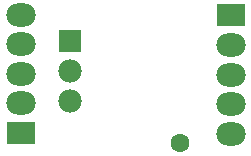
<source format=gbs>
G04*
G04 #@! TF.GenerationSoftware,Altium Limited,CircuitMaker,2.2.1 (2.2.1.6)*
G04*
G04 Layer_Color=8150272*
%FSLAX24Y24*%
%MOIN*%
G70*
G04*
G04 #@! TF.SameCoordinates,CDB163E5-030E-4182-BE1C-8E83F9AF5388*
G04*
G04*
G04 #@! TF.FilePolarity,Negative*
G04*
G01*
G75*
%ADD22O,0.0980X0.0780*%
%ADD23R,0.0980X0.0780*%
%ADD24R,0.0780X0.0780*%
%ADD25C,0.0780*%
%ADD26C,0.0630*%
D22*
X12500Y12400D02*
D03*
X12500Y11416D02*
D03*
X12500Y13384D02*
D03*
X12500Y14369D02*
D03*
X19500Y12375D02*
D03*
X19500Y13359D02*
D03*
X19500Y11391D02*
D03*
X19500Y10407D02*
D03*
D23*
X12500Y10431D02*
D03*
X19500Y14344D02*
D03*
D24*
X14150Y13500D02*
D03*
D25*
X14150Y11500D02*
D03*
X14150Y12500D02*
D03*
D26*
X17800Y10100D02*
D03*
M02*

</source>
